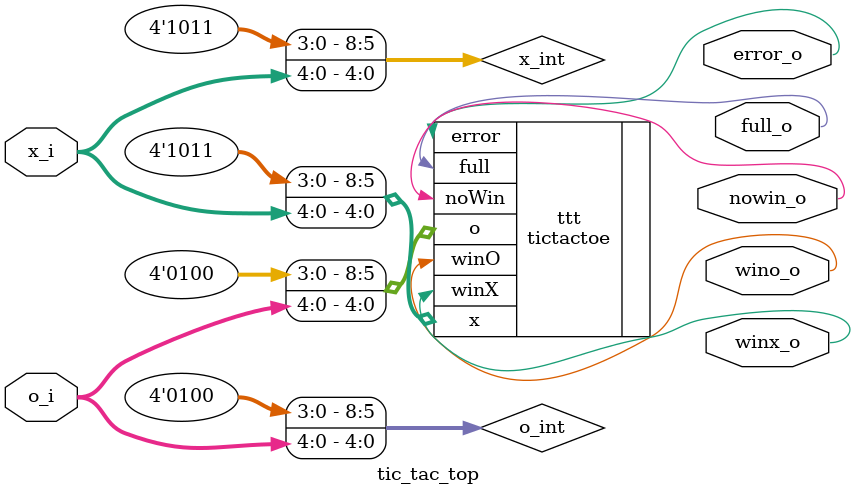
<source format=sv>
module tic_tac_top (
  input  logic[4:0] x_i,
  input  logic[4:0] o_i,
  output logic      error_o,
  output logic      full_o,
  output logic      winx_o,
  output logic      wino_o,
  output logic      nowin_o
);
  
logic[8:0] x_int;
logic[8:0] o_int;

assign x_int = {4'b1011, x_i} ;
assign o_int = {4'b0100, o_i};

tictactoe ttt (
  .x     (x_int),
  .o     (o_int),
  .error (error_o),
  .full  (full_o),
  .winX  (winx_o),
  .winO  (wino_o),
  .noWin (nowin_o)
);
  
endmodule

</source>
